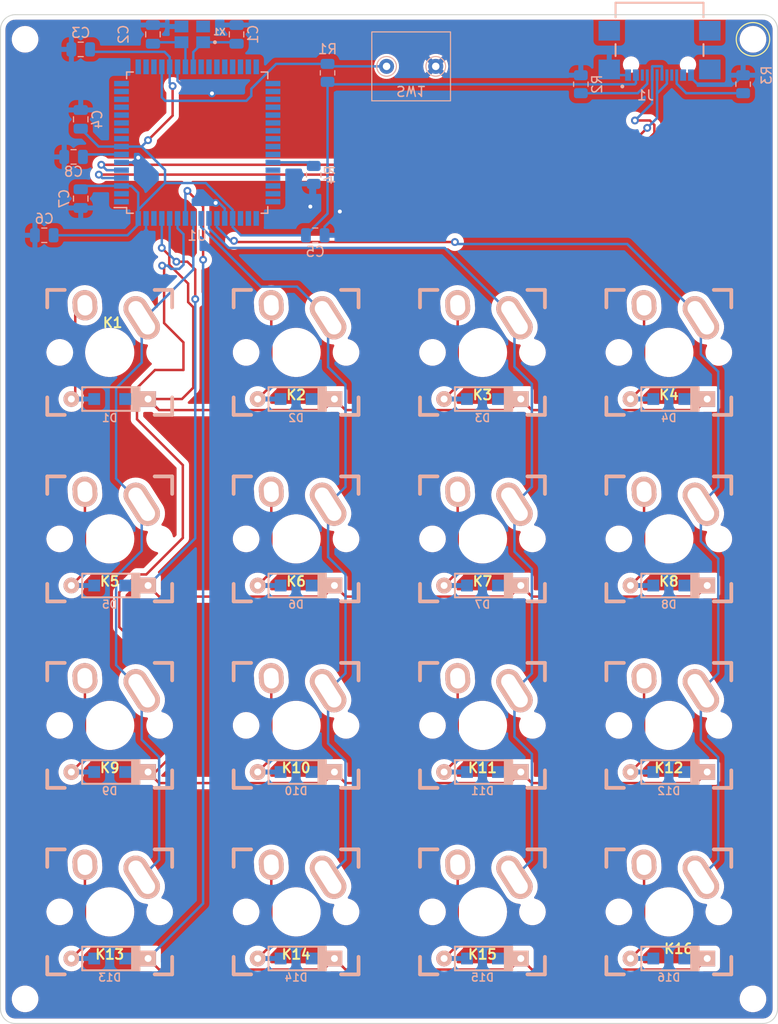
<source format=kicad_pcb>
(kicad_pcb (version 20210722) (generator pcbnew)
  (layers (0 "F.Cu" signal) (31 "B.Cu" signal) (34 "B.Paste" user) (35 "F.Paste" user) (36 "B.SilkS" user "B.Silkscreen") (37 "F.SilkS" user "F.Silkscreen") (38 "B.Mask" user) (39 "F.Mask" user) (44 "Edge.Cuts" user))
  (net 0 "")
  (net 1 "Net-(C1-Pad1)")
  (net 2 "GND")
  (net 3 "Net-(C2-Pad1)")
  (net 4 "VCC")
  (net 5 "Net-(C8-Pad2)")
  (net 6 "Net-(D1-Pad2)")
  (net 7 "row0")
  (net 8 "Net-(D2-Pad2)")
  (net 9 "Net-(D3-Pad2)")
  (net 10 "Net-(D4-Pad2)")
  (net 11 "Net-(D5-Pad2)")
  (net 12 "row1")
  (net 13 "Net-(D6-Pad2)")
  (net 14 "Net-(D7-Pad2)")
  (net 15 "Net-(D8-Pad2)")
  (net 16 "Net-(D9-Pad2)")
  (net 17 "row2")
  (net 18 "Net-(D10-Pad2)")
  (net 19 "Net-(D11-Pad2)")
  (net 20 "Net-(D12-Pad2)")
  (net 21 "Net-(D13-Pad2)")
  (net 22 "row3")
  (net 23 "Net-(D14-Pad2)")
  (net 24 "Net-(D15-Pad2)")
  (net 25 "Net-(D16-Pad2)")
  (net 27 "Net-(J1-PadB5)")
  (net 28 "Net-(J1-PadA5)")
  (net 30 "Net-(J1-PadA7)")
  (net 31 "Net-(J1-PadA6)")
  (net 32 "col0")
  (net 33 "col1")
  (net 34 "col2")
  (net 35 "col3")
  (net 36 "Net-(R1-Pad2)")
  (net 37 "Net-(R4-Pad2)")
  (footprint "keyboard_main:m3 screw hole" (layer "F.Cu") (at 141.5 41)
    (fp_text reference "REF**" hide)
    (fp_text value "m3 screw hole" hide)
  )
  (footprint "" (layer "F.Cu") (at 67.5 41)
    (fp_text reference "")
    (fp_text value "")
  )
  (footprint "" (layer "F.Cu") (at 141.5 138.5)
    (fp_text reference "")
    (fp_text value "")
  )
  (footprint "" (layer "F.Cu") (at 67.5 138.5)
    (fp_text reference "")
    (fp_text value "")
  )
  (footprint "keebs:Mx_Alps_100" (layer "B.Cu") (at 132.9484 91.7629 180)
    (fp_text reference "K8")
    (fp_text value "KEYSW" hide)
  )
  (footprint "Capacitor_SMD:C_0805_2012Metric" (layer "B.Cu") (at 97 60.9125)
    (fp_text reference "C5")
    (fp_text value "0.1u")
  )
  (footprint "Resistor_SMD:R_0805_2012Metric" (layer "B.Cu") (at 98.25 44.4125 90)
    (fp_text reference "R1")
    (fp_text value "10k")
  )
  (footprint "keyboard_parts:D_SOD123_axial" (layer "B.Cu") (at 114 115.4484 180)
    (fp_text reference "D11")
    (fp_text value "D" hide)
  )
  (footprint "Capacitor_SMD:C_0805_2012Metric" (layer "B.Cu") (at 89 40.5 90)
    (fp_text reference "C1")
    (fp_text value "22p")
  )
  (footprint "keyboard_main:b3f-6000" (layer "B.Cu") (at 106.75 43.75)
    (fp_text reference "SW1")
    (fp_text value "SW_PUSH")
  )
  (footprint "keebs:Mx_Alps_100" (layer "B.Cu") (at 95.0516 110.7113 180)
    (fp_text reference "K10")
    (fp_text value "KEYSW" hide)
  )
  (footprint "keyboard_parts:D_SOD123_axial" (layer "B.Cu") (at 76.1032 115.4484 180)
    (fp_text reference "D9")
    (fp_text value "D" hide)
  )
  (footprint "keyboard_parts:D_SOD123_axial" (layer "B.Cu") (at 132.9484 115.4484 180)
    (fp_text reference "D12")
    (fp_text value "D" hide)
  )
  (footprint "keebs:Mx_Alps_100" (layer "B.Cu") (at 132.9484 129.6597 180)
    (fp_text reference "K16")
    (fp_text value "KEYSW" hide)
  )
  (footprint "Capacitor_SMD:C_0805_2012Metric" (layer "B.Cu") (at 73.15725 57.1871 -90)
    (fp_text reference "C7")
    (fp_text value "4.7u")
  )
  (footprint "keyboard_parts:D_SOD123_axial" (layer "B.Cu") (at 132.9484 134.3968 180)
    (fp_text reference "D16")
    (fp_text value "D" hide)
  )
  (footprint "Resistor_SMD:R_0805_2012Metric" (layer "B.Cu") (at 96.84275 54.78105 90)
    (fp_text reference "R4")
    (fp_text value "10k")
  )
  (footprint "keyboard_parts:D_SOD123_axial" (layer "B.Cu") (at 132.9484 96.5 180)
    (fp_text reference "D8")
    (fp_text value "D" hide)
  )
  (footprint "keyboard_parts:D_SOD123_axial" (layer "B.Cu") (at 95.0516 96.5 180)
    (fp_text reference "D6")
    (fp_text value "D" hide)
  )
  (footprint "keebs:Mx_Alps_100" (layer "B.Cu") (at 132.9484 110.7113 180)
    (fp_text reference "K12")
    (fp_text value "KEYSW" hide)
  )
  (footprint "keyboard_parts:D_SOD123_axial" (layer "B.Cu") (at 95.0516 77.5516 180)
    (fp_text reference "D2")
    (fp_text value "D" hide)
  )
  (footprint "keyboard_parts:D_SOD123_axial" (layer "B.Cu") (at 76.1032 96.5 180)
    (fp_text reference "D5")
    (fp_text value "D" hide)
  )
  (footprint "keyboard_parts:D_SOD123_axial" (layer "B.Cu") (at 132.9484 77.5516 180)
    (fp_text reference "D4")
    (fp_text value "D" hide)
  )
  (footprint "Resistor_SMD:R_0805_2012Metric" (layer "B.Cu") (at 124 45.5625 90)
    (fp_text reference "R2")
    (fp_text value "5.1k")
  )
  (footprint "keyboard_parts:D_SOD123_axial" (layer "B.Cu") (at 76.1032 134.3968 180)
    (fp_text reference "D13")
    (fp_text value "D" hide)
  )
  (footprint "Capacitor_SMD:C_0805_2012Metric" (layer "B.Cu") (at 69.45 60.9125 180)
    (fp_text reference "C6")
    (fp_text value "0.1u")
  )
  (footprint "keyboard_parts:D_SOD123_axial" (layer "B.Cu") (at 95.0516 115.4484 180)
    (fp_text reference "D10")
    (fp_text value "D" hide)
  )
  (footprint "Capacitor_SMD:C_0805_2012Metric" (layer "B.Cu") (at 73.15725 42.0258 180)
    (fp_text reference "C3")
    (fp_text value "0.1u")
  )
  (footprint "keyboard_main:GCT_USB4110-GF-A_REVB" (layer "B.Cu") (at 132 43.5625)
    (fp_text reference "J1")
    (fp_text value "USB_C_Receptacle_USB2.0")
  )
  (footprint "Package_QFP:TQFP-64_14x14mm_P0.8mm" (layer "B.Cu") (at 85 51.5)
    (fp_text reference "U1")
    (fp_text value "AT90USB1286-AU")
  )
  (footprint "keebs:Mx_Alps_100" (layer "B.Cu") (at 114 129.6597 180)
    (fp_text reference "K15")
    (fp_text value "KEYSW" hide)
  )
  (footprint "keyboard_parts:D_SOD123_axial" (layer "B.Cu") (at 95.0516 134.3968 180)
    (fp_text reference "D14")
    (fp_text value "D" hide)
  )
  (footprint "keebs:Mx_Alps_100" (layer "B.Cu") (at 76.1032 91.7629 180)
    (fp_text reference "K5")
    (fp_text value "KEYSW" hide)
  )
  (footprint "keyboard_parts:D_SOD123_axial" (layer "B.Cu") (at 114 77.5516 180)
    (fp_text reference "D3")
    (fp_text value "D" hide)
  )
  (footprint "keebs:Mx_Alps_100" (layer "B.Cu") (at 95.0516 129.6597 180)
    (fp_text reference "K14")
    (fp_text value "KEYSW" hide)
  )
  (footprint "Capacitor_SMD:C_0805_2012Metric" (layer "B.Cu") (at 80.5 40.5 90)
    (fp_text reference "C2")
    (fp_text value "22p")
  )
  (footprint "keyboard_parts:D_SOD123_axial" (layer "B.Cu") (at 114 96.5 180)
    (fp_text reference "D7")
    (fp_text value "D" hide)
  )
  (footprint "keyboard_parts:D_SOD123_axial" (layer "B.Cu") (at 114 134.3968 180)
    (fp_text reference "D15")
    (fp_text value "D" hide)
  )
  (footprint "Resistor_SMD:R_0805_2012Metric" (layer "B.Cu") (at 140.5 45.5625 90)
    (fp_text reference "R3")
    (fp_text value "5.1k")
  )
  (footprint "keebs:Mx_Alps_100" (layer "B.Cu") (at 114 72.8145 180)
    (fp_text reference "K3")
    (fp_text value "KEYSW" hide)
  )
  (footprint "keebs:Mx_Alps_100" (layer "B.Cu") (at 114 110.7113 180)
    (fp_text reference "K11")
    (fp_text value "KEYSW" hide)
  )
  (footprint "keyboard_main:XTAL_403C35E26M00000" (layer "B.Cu") (at 84.5 40.5 180)
    (fp_text reference "X1")
    (fp_text value "XTAL_GND")
  )
  (footprint "Capacitor_SMD:C_0805_2012Metric" (layer "B.Cu") (at 72.42995 52.95085)
    (fp_text reference "C8")
    (fp_text value "1u")
  )
  (footprint "keebs:Mx_Alps_100" (layer "B.Cu") (at 95.0516 72.8145 180)
    (fp_text reference "K2")
    (fp_text value "KEYSW" hide)
  )
  (footprint "keebs:Mx_Alps_100" (layer "B.Cu") (at 114 91.7629 180)
    (fp_text reference "K7")
    (fp_text value "KEYSW" hide)
  )
  (footprint "Capacitor_SMD:C_0805_2012Metric" (layer "B.Cu") (at 73.15725 49.13145 90)
    (fp_text reference "C4")
    (fp_text value "0.1u")
  )
  (footprint "keebs:Mx_Alps_100" (layer "B.Cu") (at 132.9484 72.8145 180)
    (fp_text reference "K4")
    (fp_text value "KEYSW" hide)
  )
  (footprint "keebs:Mx_Alps_100" (layer "B.Cu") (at 76.1032 110.7113 180)
    (fp_text reference "K9")
    (fp_text value "KEYSW" hide)
  )
  (footprint "keebs:Mx_Alps_100" (layer "B.Cu") (at 76.1032 129.6597 180)
    (fp_text reference "K13")
    (fp_text value "KEYSW" hide)
  )
  (footprint "keebs:Mx_Alps_100" (layer "B.Cu") (at 76.1032 72.8145 180)
    (fp_text reference "K1")
    (fp_text value "KEYSW" hide)
  )
  (footprint "keebs:Mx_Alps_100" (layer "B.Cu") (at 95.0516 91.7629 180)
    (fp_text reference "K6")
    (fp_text value "KEYSW" hide)
  )
  (footprint "keyboard_parts:D_SOD123_axial" (layer "B.Cu") (at 76.1032 77.5516 180)
    (fp_text reference "D1")
    (fp_text value "D" hide)
  )
  (gr_arc (start 142.5 139.5) (end 144 139.5) (angle 90) (layer "Edge.Cuts") (width 0.1))
  (gr_arc (start 66.5 139.5) (end 65 139.5) (angle -90) (layer "Edge.Cuts") (width 0.1))
  (gr_line (start 144 40) (end 144 139.5) (layer "Edge.Cuts") (width 0.1))
  (gr_arc (start 66.5 40) (end 65 40) (angle 90) (layer "Edge.Cuts") (width 0.1))
  (gr_line (start 65 40) (end 65 139.5) (layer "Edge.Cuts") (width 0.1))
  (gr_arc (start 142.5 40) (end 142.5 38.5) (angle 90) (layer "Edge.Cuts") (width 0.1))
  (gr_line (start 66.5 141) (end 142.5 141) (layer "Edge.Cuts") (width 0.1))
  (gr_line (start 66.5 38.5) (end 142.5 38.5) (layer "Edge.Cuts") (width 0.1))
  (segment (start 88.85 41.3) (end 89 41.45) (width 0.25) (layer "B.Cu") (net 1))
  (segment (start 85.6 41.3) (end 88.85 41.3) (width 0.25) (layer "B.Cu") (net 1))
  (segment (start 84.6 42.3) (end 84.6 43.8) (width 0.25) (layer "B.Cu") (net 1))
  (segment (start 85.6 41.3) (end 84.6 42.3) (width 0.25) (layer "B.Cu") (net 1))
  (segment (start 99.5 58.5) (end 97 58.5) (width 0.25) (layer "F.Cu") (net 2))
  (segment (start 97 58.5) (end 96.5 58) (width 0.25) (layer "F.Cu") (net 2))
  (segment (start 86.5 46.5) (end 87.5 46.5) (width 0.25) (layer "F.Cu") (net 2))
  (via (at 79 53.0255) (size 0.8) (drill 0.4) (layers "F.Cu" "B.Cu") (net 2))
  (via (at 86.874712 57.625288) (size 0.8) (drill 0.4) (layers "F.Cu" "B.Cu") (net 2))
  (via (at 99.5 58.5) (size 0.8) (drill 0.4) (layers "F.Cu" "B.Cu") (net 2))
  (via (at 96.5 58) (size 0.8) (drill 0.4) (layers "F.Cu" "B.Cu") (net 2))
  (via (at 86.5 46.5) (size 0.8) (drill 0.4) (layers "F.Cu" "B.Cu") (net 2))
  (segment (start 96.5 58) (end 96.5 56.0363) (width 0.25) (layer "B.Cu") (net 2))
  (segment (start 83.4 39.7) (end 80.65 39.7) (width 0.25) (layer "B.Cu") (net 2))
  (segment (start 78.5255 53.5) (end 79 53.0255) (width 0.25) (layer "B.Cu") (net 2))
  (segment (start 79.8 59.2) (end 79.8 61.7) (width 0.25) (layer "B.Cu") (net 2))
  (segment (start 97.95 60.05) (end 99.5 58.5) (width 0.25) (layer "B.Cu") (net 2))
  (segment (start 96.5 56.0363) (end 96.84275 55.69355) (width 0.25) (layer "B.Cu") (net 2))
  (segment (start 135.3625 45.054022) (end 135.808478 45.5) (width 0.25) (layer "B.Cu") (net 2))
  (segment (start 97.95 60.9125) (end 97.95 60.05) (width 0.25) (layer "B.Cu") (net 2))
  (segment (start 87.8 58.2) (end 87.225288 57.625288) (width 0.25) (layer "B.Cu") (net 2))
  (segment (start 135.2 44.6375) (end 135.3625 44.6375) (width 0.25) (layer "B.Cu") (net 2))
  (segment (start 87.225288 57.625288) (end 86.874712 57.625288) (width 0.25) (layer "B.Cu") (net 2))
  (segment (start 80.65 39.7) (end 80.5 39.55) (width 0.25) (layer "B.Cu") (net 2))
  (segment (start 83 43.8) (end 83 45.225386) (width 0.25) (layer "B.Cu") (net 2))
  (segment (start 127.465 44.6375) (end 126.89 44.0625) (width 0.25) (layer "B.Cu") (net 2))
  (segment (start 128.8 44.6375) (end 127.465 44.6375) (width 0.25) (layer "B.Cu") (net 2))
  (segment (start 77.3 53.5) (end 78.5255 53.5) (width 0.25) (layer "B.Cu") (net 2))
  (segment (start 135.808478 45.5) (end 139.65 45.5) (width 0.25) (layer "B.Cu") (net 2))
  (segment (start 139.65 45.5) (end 140.5 44.65) (width 0.25) (layer "B.Cu") (net 2))
  (segment (start 83 45.225386) (end 84.274614 46.5) (width 0.25) (layer "B.Cu") (net 2))
  (segment (start 135.3625 44.6375) (end 135.3625 45.054022) (width 0.25) (layer "B.Cu") (net 2))
  (segment (start 84.274614 46.5) (end 86.5 46.5) (width 0.25) (layer "B.Cu") (net 2))
  (segment (start 87.8 59.2) (end 87.8 58.2) (width 0.25) (layer "B.Cu") (net 2))
  (segment (start 80.65 41.3) (end 80.5 41.45) (width 0.25) (layer "B.Cu") (net 3))
  (segment (start 83.4 41.3) (end 80.65 41.3) (width 0.25) (layer "B.Cu") (net 3))
  (segment (start 83.4 41.3) (end 83.8 41.7) (width 0.25) (layer "B.Cu") (net 3))
  (segment (start 83.8 41.7) (end 83.8 43.8) (width 0.25) (layer "B.Cu") (net 3))
  (segment (start 82.5 45.75) (end 82.5 48.75) (width 0.25) (layer "F.Cu") (net 4))
  (segment (start 82.5 48.75) (end 80 51.25) (width 0.25) (layer "F.Cu") (net 4))
  (via (at 82.5 45.75) (size 0.8) (drill 0.4) (layers "F.Cu" "B.Cu") (net 4))
  (via (at 80 51.25) (size 0.8) (drill 0.4) (layers "F.Cu" "B.Cu") (net 4))
  (segment (start 78.3 55.9) (end 77.3 55.9) (width 0.25) (layer "B.Cu") (net 4))
  (segment (start 82.2 42.8) (end 81.67452 42.27452) (width 0.25) (layer "B.Cu") (net 4))
  (segment (start 79 59.2) (end 79 58.325978) (width 0.25) (layer "B.Cu") (net 4))
  (segment (start 74.35597 42.27452) (end 74.10725 42.0258) (width 0.25) (layer "B.Cu") (net 4))
  (segment (start 98.25 58.7125) (end 96.05 60.9125) (width 0.25) (layer "B.Cu") (net 4))
  (segment (start 81.67452 42.27452) (end 74.35597 42.27452) (width 0.25) (layer "B.Cu") (net 4))
  (segment (start 79 59.825) (end 79 59.2) (width 0.25) (layer "B.Cu") (net 4))
  (segment (start 79.35 51.9) (end 81.725978 54.275978) (width 0.25) (layer "B.Cu") (net 4))
  (segment (start 73.49435 55.9) (end 77.3 55.9) (width 0.25) (layer "B.Cu") (net 4))
  (segment (start 74.9758 51.9) (end 77.3 51.9) (width 0.25) (layer "B.Cu") (net 4))
  (segment (start 79.35 51.9) (end 77.3 51.9) (width 0.25) (layer "B.Cu") (net 4))
  (segment (start 88.6 60.074022) (end 88.6 59.2) (width 0.25) (layer "B.Cu") (net 4))
  (segment (start 85.874022 55.6) (end 88.6 58.325978) (width 0.25) (layer "B.Cu") (net 4))
  (segment (start 88.6 58.325978) (end 88.6 59.2) (width 0.25) (layer "B.Cu") (net 4))
  (segment (start 78.200489 55.9) (end 77.3 55.9) (width 0.25) (layer "B.Cu") (net 4))
  (segment (start 82.2 45.45) (end 82.5 45.75) (width 0.25) (layer "B.Cu") (net 4))
  (segment (start 84 55.6) (end 85.874022 55.6) (width 0.25) (layer "B.Cu") (net 4))
  (segment (start 73.15725 50.08145) (end 74.9758 51.9) (width 0.25) (layer "B.Cu") (net 4))
  (segment (start 82.2 43.8) (end 82.2 42.8) (width 0.25) (layer "B.Cu") (net 4))
  (segment (start 70.4 60.9125) (end 77.9125 60.9125) (width 0.25) (layer "B.Cu") (net 4))
  (segment (start 98.25 45.325) (end 98.25 58.7125) (width 0.25) (layer "B.Cu") (net 4))
  (segment (start 98.5 45.575) (end 98.25 45.325) (width 0.25) (layer "B.Cu") (net 4))
  (segment (start 77.9125 60.9125) (end 79 59.825) (width 0.25) (layer "B.Cu") (net 4))
  (segment (start 96.05 60.9125) (end 89.438478 60.9125) (width 0.25) (layer "B.Cu") (net 4))
  (segment (start 81.725978 54.275978) (end 81.725978 55.6) (width 0.25) (layer "B.Cu") (net 4))
  (segment (start 79 59.2) (end 79 56.6) (width 0.25) (layer "B.Cu") (net 4))
  (segment (start 89.438478 60.9125) (end 88.6 60.074022) (width 0.25) (layer "B.Cu") (net 4))
  (segment (start 129.4875 45.575) (end 98.5 45.575) (width 0.25) (layer "B.Cu") (net 4))
  (segment (start 129.6 45.4625) (end 129.4875 45.575) (width 0.25) (layer "B.Cu") (net 4))
  (segment (start 81.725978 55.6) (end 84 55.6) (width 0.25) (layer "B.Cu") (net 4))
  (segment (start 79 58.325978) (end 81.725978 55.6) (width 0.25) (layer "B.Cu") (net 4))
  (segment (start 73.15725 56.2371) (end 73.49435 55.9) (width 0.25) (layer "B.Cu") (net 4))
  (segment (start 129.6 44.6375) (end 129.6 45.4625) (width 0.25) (layer "B.Cu") (net 4))
  (segment (start 79 56.6) (end 78.3 55.9) (width 0.25) (layer "B.Cu") (net 4))
  (segment (start 80 51.25) (end 79.35 51.9) (width 0.25) (layer "B.Cu") (net 4))
  (segment (start 82.2 43.8) (end 82.2 45.45) (width 0.25) (layer "B.Cu") (net 4))
  (segment (start 73.6308 52.7) (end 77.3 52.7) (width 0.25) (layer "B.Cu") (net 5))
  (segment (start 73.37995 52.95085) (end 73.6308 52.7) (width 0.25) (layer "B.Cu") (net 5))
  (segment (start 72.6 69.0077) (end 73.5832 68.0245) (width 0.25) (layer "F.Cu") (net 6))
  (segment (start 72.6 77.1548) (end 72.6 69.0077) (width 0.25) (layer "F.Cu") (net 6))
  (segment (start 72.2032 77.5516) (end 72.6 77.1548) (width 0.25) (layer "F.Cu") (net 6))
  (segment (start 135.723889 78.676111) (end 136.8484 77.5516) (width 0.25) (layer "F.Cu") (net 7))
  (segment (start 84.075489 65.816492) (end 82.1591 63.900103) (width 0.25) (layer "F.Cu") (net 7))
  (segment (start 97.827089 78.676111) (end 98.9516 77.5516) (width 0.25) (layer "F.Cu") (net 7))
  (segment (start 117.9 77.5516) (end 119.024511 78.676111) (width 0.25) (layer "F.Cu") (net 7))
  (segment (start 81.127711 78.676111) (end 97.827089 78.676111) (width 0.25) (layer "F.Cu") (net 7))
  (segment (start 98.9516 77.5516) (end 100.076111 78.676111) (width 0.25) (layer "F.Cu") (net 7))
  (segment (start 100.076111 78.676111) (end 116.775489 78.676111) (width 0.25) (layer "F.Cu") (net 7))
  (segment (start 82.1591 63.900103) (end 82.1591 62.9591) (width 0.25) (layer "F.Cu") (net 7))
  (segment (start 119.024511 78.676111) (end 135.723889 78.676111) (width 0.25) (layer "F.Cu") (net 7))
  (segment (start 83.4484 77.5516) (end 84.6 76.4) (width 0.25) (layer "F.Cu") (net 7))
  (segment (start 84.6 76.4) (end 84.6 68.224614) (width 0.25) (layer "F.Cu") (net 7))
  (segment (start 80.0032 77.5516) (end 81.127711 78.676111) (width 0.25) (layer "F.Cu") (net 7))
  (segment (start 80.0032 77.5516) (end 83.4484 77.5516) (width 0.25) (layer "F.Cu") (net 7))
  (segment (start 116.775489 78.676111) (end 117.9 77.5516) (width 0.25) (layer "F.Cu") (net 7))
  (segment (start 84.075489 67.700103) (end 84.075489 65.816492) (width 0.25) (layer "F.Cu") (net 7))
  (segment (start 84.6 68.224614) (end 84.075489 67.700103) (width 0.25) (layer "F.Cu") (net 7))
  (segment (start 82.1591 62.9591) (end 81.4 62.2) (width 0.25) (layer "F.Cu") (net 7))
  (via (at 81.4 62.2) (size 0.8) (drill 0.4) (layers "F.Cu" "B.Cu") (net 7))
  (segment (start 81.4 62.2) (end 81.4 59.2) (width 0.25) (layer "B.Cu") (net 7))
  (segment (start 92.5316 68.0245) (end 92.5316 76.1716) (width 0.25) (layer "F.Cu") (net 8))
  (segment (start 92.5316 76.1716) (end 91.1516 77.5516) (width 0.25) (layer "F.Cu") (net 8))
  (segment (start 111.48 68.0245) (end 111.48 76.1716) (width 0.25) (layer "F.Cu") (net 9))
  (segment (start 111.48 76.1716) (end 110.1 77.5516) (width 0.25) (layer "F.Cu") (net 9))
  (segment (start 130.4284 76.1716) (end 129.0484 77.5516) (width 0.25) (layer "F.Cu") (net 10))
  (segment (start 130.4284 68.0245) (end 130.4284 76.1716) (width 0.25) (layer "F.Cu") (net 10))
  (segment (start 73.5832 95.12) (end 72.2032 96.5) (width 0.25) (layer "F.Cu") (net 11))
  (segment (start 73.5832 86.9729) (end 73.5832 95.12) (width 0.25) (layer "F.Cu") (net 11))
  (segment (start 84.8 64.4) (end 84 63.6) (width 0.25) (layer "F.Cu") (net 12))
  (segment (start 81.127711 97.624511) (end 97.827089 97.624511) (width 0.25) (layer "F.Cu") (net 12))
  (segment (start 100.076111 97.624511) (end 116.775489 97.624511) (width 0.25) (layer "F.Cu") (net 12))
  (segment (start 98.9516 96.5) (end 100.076111 97.624511) (width 0.25) (layer "F.Cu") (net 12))
  (segment (start 80.0032 96.5) (end 81.127711 97.624511) (width 0.25) (layer "F.Cu") (net 12))
  (segment (start 97.827089 97.624511) (end 98.9516 96.5) (width 0.25) (layer "F.Cu") (net 12))
  (segment (start 135.723889 97.624511) (end 136.8484 96.5) (width 0.25) (layer "F.Cu") (net 12))
  (segment (start 119.024511 97.624511) (end 135.723889 97.624511) (width 0.25) (layer "F.Cu") (net 12))
  (segment (start 116.775489 97.624511) (end 117.9 96.5) (width 0.25) (layer "F.Cu") (net 12))
  (segment (start 84.8 67.4) (end 84.8 64.4) (width 0.25) (layer "F.Cu") (net 12))
  (segment (start 84 63.6) (end 82.883611 63.6) (width 0.25) (layer "F.Cu") (net 12))
  (segment (start 117.9 96.5) (end 119.024511 97.624511) (width 0.25) (layer "F.Cu") (net 12))
  (via (at 84.8 67.4) (size 0.8) (drill 0.4) (layers "F.Cu" "B.Cu") (net 12))
  (via (at 82.883611 63.6) (size 0.8) (drill 0.4) (layers "F.Cu" "B.Cu") (net 12))
  (segment (start 80.0032 96.5) (end 84.8 91.7032) (width 0.25) (layer "B.Cu") (net 12))
  (segment (start 82.2 62.916389) (end 82.2 59.2) (width 0.25) (layer "B.Cu") (net 12))
  (segment (start 84.8 91.7032) (end 84.8 67.4) (width 0.25) (layer "B.Cu") (net 12))
  (segment (start 82.883611 63.6) (end 82.2 62.916389) (width 0.25) (layer "B.Cu") (net 12))
  (segment (start 92.5316 86.9729) (end 92.5316 95.12) (width 0.25) (layer "F.Cu") (net 13))
  (segment (start 92.5316 95.12) (end 91.1516 96.5) (width 0.25) (layer "F.Cu") (net 13))
  (segment (start 111.48 86.9729) (end 111.48 95.12) (width 0.25) (layer "F.Cu") (net 14))
  (segment (start 111.48 95.12) (end 110.1 96.5) (width 0.25) (layer "F.Cu") (net 14))
  (segment (start 130.4284 95.12) (end 129.0484 96.5) (width 0.25) (layer "F.Cu") (net 15))
  (segment (start 130.4284 86.9729) (end 130.4284 95.12) (width 0.25) (layer "F.Cu") (net 15))
  (segment (start 73.5832 114.0684) (end 72.2032 115.4484) (width 0.25) (layer "F.Cu") (net 16))
  (segment (start 73.5832 105.9213) (end 73.5832 114.0684) (width 0.25) (layer "F.Cu") (net 16))
  (segment (start 135.723889 116.572911) (end 136.8484 115.4484) (width 0.25) (layer "F.Cu") (net 17))
  (segment (start 80.0032 115.4484) (end 81.127711 116.572911) (width 0.25) (layer "F.Cu") (net 17))
  (segment (start 81.634611 69.834611) (end 81.634611 64.2) (width 0.25) (layer "F.Cu") (net 17))
  (segment (start 83.536034 84.263966) (end 78.878689 79.606621) (width 0.25) (layer "F.Cu") (net 17))
  (segment (start 77.075381 97.178797) (end 78.878689 95.375489) (width 0.25) (layer "F.Cu") (net 17))
  (segment (start 77.075381 100.724619) (end 77.075381 97.178797) (width 0.25) (layer "F.Cu") (net 17))
  (segment (start 78.878689 79.606621) (end 78.878689 76.427089) (width 0.25) (layer "F.Cu") (net 17))
  (segment (start 80.705778 74.6) (end 83.6 74.6) (width 0.25) (layer "F.Cu") (net 17))
  (segment (start 116.775489 116.572911) (end 117.9 115.4484) (width 0.25) (layer "F.Cu") (net 17))
  (segment (start 79.824511 95.375489) (end 83.536034 91.663966) (width 0.25) (layer "F.Cu") (net 17))
  (segment (start 98.9516 115.4484) (end 100.076111 116.572911) (width 0.25) (layer "F.Cu") (net 17))
  (segment (start 78.878689 76.427089) (end 80.705778 74.6) (width 0.25) (layer "F.Cu") (net 17))
  (segment (start 81.634611 64.2) (end 81.434611 64) (width 0.25) (layer "F.Cu") (net 17))
  (segment (start 83.536034 91.663966) (end 83.536034 84.263966) (width 0.25) (layer "F.Cu") (net 17))
  (segment (start 83.6 71.8) (end 81.634611 69.834611) (width 0.25) (layer "F.Cu") (net 17))
  (segment (start 84 107.649238) (end 77.075381 100.724619) (width 0.25) (layer "F.Cu") (net 17))
  (segment (start 100.076111 116.572911) (end 116.775489 116.572911) (width 0.25) (layer "F.Cu") (net 17))
  (segment (start 78.878689 95.375489) (end 79.824511 95.375489) (width 0.25) (layer "F.Cu") (net 17))
  (segment (start 80.0032 115.4484) (end 80.7516 115.4484) (width 0.25) (layer "F.Cu") (net 17))
  (segment (start 80.7516 115.4484) (end 84 112.2) (width 0.25) (layer "F.Cu") (net 17))
  (segment (start 97.827089 116.572911) (end 98.9516 115.4484) (width 0.25) (layer "F.Cu") (net 17))
  (segment (start 119.024511 116.572911) (end 135.723889 116.572911) (width 0.25) (layer "F.Cu") (net 17))
  (segment (start 84 112.2) (end 84 107.649238) (width 0.25) (layer "F.Cu") (net 17))
  (segment (start 117.9 115.4484) (end 119.024511 116.572911) (width 0.25) (layer "F.Cu") (net 17))
  (segment (start 83.6 74.6) (end 83.6 71.8) (width 0.25) (layer "F.Cu") (net 17))
  (segment (start 81.127711 116.572911) (end 97.827089 116.572911) (width 0.25) (layer "F.Cu") (net 17))
  (via (at 81.434611 64) (size 0.8) (drill 0.4) (layers "F.Cu" "B.Cu") (net 17))
  (segment (start 83.608122 60.808122) (end 83 60.2) (width 0.25) (layer "B.Cu") (net 17))
  (segment (start 81.434611 64) (end 82 64) (width 0.25) (layer "B.Cu") (net 17))
  (segment (start 83.608122 63.900103) (end 83.608122 60.808122) (width 0.25) (layer "B.Cu") (net 17))
  (segment (start 83.183714 64.324511) (end 83.608122 63.900103) (width 0.25) (layer "B.Cu") (net 17))
  (segment (start 82 64) (end 82.324511 64.324511) (width 0.25) (layer "B.Cu") (net 17))
  (segment (start 83 60.2) (end 83 59.2) (width 0.25) (layer "B.Cu") (net 17))
  (segment (start 82.324511 64.324511) (end 83.183714 64.324511) (width 0.25) (layer "B.Cu") (net 17))
  (segment (start 92.5316 105.9213) (end 92.5316 114.0684) (width 0.25) (layer "F.Cu") (net 18))
  (segment (start 92.5316 114.0684) (end 91.1516 115.4484) (width 0.25) (layer "F.Cu") (net 18))
  (segment (start 111.48 105.9213) (end 111.48 114.0684) (width 0.25) (layer "F.Cu") (net 19))
  (segment (start 111.48 114.0684) (end 110.1 115.4484) (width 0.25) (layer "F.Cu") (net 19))
  (segment (start 130.4284 105.9213) (end 130.4284 114.0684) (width 0.25) (layer "F.Cu") (net 20))
  (segment (start 130.4284 114.0684) (end 129.0484 115.4484) (width 0.25) (layer "F.Cu") (net 20))
  (segment (start 73.5832 133.0168) (end 72.2032 134.3968) (width 0.25) (layer "F.Cu") (net 21))
  (segment (start 73.5832 124.8697) (end 73.5832 133.0168) (width 0.25) (layer "F.Cu") (net 21))
  (segment (start 135.723889 135.521311) (end 136.8484 134.3968) (width 0.25) (layer "F.Cu") (net 22))
  (segment (start 84 56.4) (end 85.6 58) (width 0.25) (layer "F.Cu") (net 22))
  (segment (start 100.076111 135.521311) (end 116.775489 135.521311) (width 0.25) (layer "F.Cu") (net 22))
  (segment (start 97.827089 135.521311) (end 98.9516 134.3968) (width 0.25) (layer "F.Cu") (net 22))
  (segment (start 85.6 58) (end 85.6 63.4) (width 0.25) (layer "F.Cu") (net 22))
  (segment (start 117.9 134.3968) (end 119.024511 135.521311) (width 0.25) (layer "F.Cu") (net 22))
  (segment (start 119.024511 135.521311) (end 135.723889 135.521311) (width 0.25) (layer "F.Cu") (net 22))
  (segment (start 80.0032 134.3968) (end 81.127711 135.521311) (width 0.25) (layer "F.Cu") (net 22))
  (segment (start 116.775489 135.521311) (end 117.9 134.3968) (width 0.25) (layer "F.Cu") (net 22))
  (segment (start 98.9516 134.3968) (end 100.076111 135.521311) (width 0.25) (layer "F.Cu") (net 22))
  (segment (start 81.127711 135.521311) (end 97.827089 135.521311) (width 0.25) (layer "F.Cu") (net 22))
  (via (at 85.6 63.4) (size 0.8) (drill 0.4) (layers "F.Cu" "B.Cu") (net 22))
  (via (at 84 56.4) (size 0.8) (drill 0.4) (layers "F.Cu" "B.Cu") (net 22))
  (segment (start 83.8 56.6) (end 83.8 59.2) (width 0.25) (layer "B.Cu") (net 22))
  (segment (start 85.6 128.8) (end 85.6 63.4) (width 0.25) (layer "B.Cu") (net 22))
  (segment (start 84 56.4) (end 83.8 56.6) (width 0.25) (layer "B.Cu") (net 22))
  (segment (start 80.0032 134.3968) (end 85.6 128.8) (width 0.25) (layer "B.Cu") (net 22))
  (segment (start 92.5316 133.0168) (end 91.1516 134.3968) (width 0.25) (layer "F.Cu") (net 23))
  (segment (start 92.5316 124.8697) (end 92.5316 133.0168) (width 0.25) (layer "F.Cu") (net 23))
  (segment (start 111.48 124.8697) (end 111.48 133.0168) (width 0.25) (layer "F.Cu") (net 24))
  (segment (start 111.48 133.0168) (end 110.1 134.3968) (width 0.25) (layer "F.Cu") (net 24))
  (segment (start 130.4284 133.0168) (end 129.0484 134.3968) (width 0.25) (layer "F.Cu") (net 25))
  (segment (start 130.4284 124.8697) (end 130.4284 133.0168) (width 0.25) (layer "F.Cu") (net 25))
  (segment (start 133.75 44.6375) (end 133.75 45.511522) (width 0.25) (layer "B.Cu") (net 27))
  (segment (start 134.713478 46.475) (end 140.5 46.475) (width 0.25) (layer "B.Cu") (net 27))
  (segment (start 133.75 45.511522) (end 134.713478 46.475) (width 0.25) (layer "B.Cu") (net 27))
  (segment (start 129.786522 46.475) (end 124 46.475) (width 0.25) (layer "B.Cu") (net 28))
  (segment (start 130.75 44.6375) (end 130.75 45.511522) (width 0.25) (layer "B.Cu") (net 28))
  (segment (start 130.75 45.511522) (end 129.786522 46.475) (width 0.25) (layer "B.Cu") (net 28))
  (segment (start 127.25 54.75) (end 75 54.75) (width 0.25) (layer "F.Cu") (net 30))
  (segment (start 131.474511 49.699897) (end 131.474511 50.525489) (width 0.25) (layer "F.Cu") (net 30))
  (segment (start 131.024614 49.25) (end 131.474511 49.699897) (width 0.25) (layer "F.Cu") (net 30))
  (segment (start 129.5 49.25) (end 131.024614 49.25) (width 0.25) (layer "F.Cu") (net 30))
  (segment (start 131.474511 50.525489) (end 127.25 54.75) (width 0.25) (layer "F.Cu") (net 30))
  (via (at 75 54.75) (size 0.8) (drill 0.4) (layers "F.Cu" "B.Cu") (net 30))
  (via (at 129.5 49.25) (size 0.8) (drill 0.4) (layers "F.Cu" "B.Cu") (net 30))
  (segment (start 132.25 43.763478) (end 132.25 44.6375) (width 0.25) (layer "B.Cu") (net 30))
  (segment (start 131.25 43.763478) (end 131.275489 43.737989) (width 0.25) (layer "B.Cu") (net 30))
  (segment (start 132.224511 43.737989) (end 132.25 43.763478) (width 0.25) (layer "B.Cu") (net 30))
  (segment (start 131.275489 43.737989) (end 132.224511 43.737989) (width 0.25) (layer "B.Cu") (net 30))
  (segment (start 131.25 44.6375) (end 131.25 43.763478) (width 0.25) (layer "B.Cu") (net 30))
  (segment (start 131.25 47.5) (end 129.5 49.25) (width 0.25) (layer "B.Cu") (net 30))
  (segment (start 75 54.75) (end 75.35 55.1) (width 0.25) (layer "B.Cu") (net 30))
  (segment (start 131.25 44.6375) (end 131.25 47.5) (width 0.25) (layer "B.Cu") (net 30))
  (segment (start 75.35 55.1) (end 77.3 55.1) (width 0.25) (layer "B.Cu") (net 30))
  (segment (start 127 53.75) (end 75.25 53.75) (width 0.25) (layer "F.Cu") (net 31))
  (segment (start 130.75 50) (end 127 53.75) (width 0.25) (layer "F.Cu") (net 31))
  (via (at 130.75 50) (size 0.8) (drill 0.4) (layers "F.Cu" "B.Cu") (net 31))
  (via (at 75.25 53.75) (size 0.8) (drill 0.4) (layers "F.Cu" "B.Cu") (net 31))
  (segment (start 131.75 49) (end 130.75 50) (width 0.25) (layer "B.Cu") (net 31))
  (segment (start 131.75 44.6375) (end 131.75 46.5) (width 0.25) (layer "B.Cu") (net 31))
  (segment (start 131.75 46.5) (end 131.75 49) (width 0.25) (layer "B.Cu") (net 31))
  (segment (start 132.75 44.6375) (end 132.75 45.5) (width 0.25) (layer "B.Cu") (net 31))
  (segment (start 132.75 45.5) (end 131.75 46.5) (width 0.25) (layer "B.Cu") (net 31))
  (segment (start 75.25 53.75) (end 75.8 54.3) (width 0.25) (layer "B.Cu") (net 31))
  (segment (start 75.8 54.3) (end 77.3 54.3) (width 0.25) (layer "B.Cu") (net 31))
  (segment (start 76.753689 85.638389) (end 76.753689 76.446311) (width 0.25) (layer "B.Cu") (net 32))
  (segment (start 81.127711 124.370189) (end 81.127711 113.927711) (width 0.25) (layer "B.Cu") (net 32))
  (segment (start 79.3582 73.8418) (end 79.3582 69.2945) (width 0.25) (layer "B.Cu") (net 32))
  (segment (start 79.3582 69.2945) (end 79.702553 69.2945) (width 0.25) (layer "B.Cu") (net 32))
  (segment (start 79.3582 112.1582) (end 79.3582 107.1913) (width 0.25) (layer "B.Cu") (net 32))
  (segment (start 76.753689 76.446311) (end 79.3582 73.8418) (width 0.25) (layer "B.Cu") (net 32))
  (segment (start 79.3582 92.970978) (end 79.3582 88.2429) (width 0.25) (layer "B.Cu") (net 32))
  (segment (start 79.3582 126.1397) (end 81.127711 124.370189) (width 0.25) (layer "B.Cu") (net 32))
  (segment (start 79.3582 107.1913) (end 76.753689 104.586789) (width 0.25) (layer "B.Cu") (net 32))
  (segment (start 81.127711 113.927711) (end 79.3582 112.1582) (width 0.25) (layer "B.Cu") (net 32))
  (segment (start 84.6 64.397053) (end 84.6 59.2) (width 0.25) (layer "B.Cu") (net 32))
  (segment (start 76.753689 95.575489) (end 79.3582 92.970978) (width 0.25) (layer "B.Cu") (net 32))
  (segment (start 76.753689 104.586789) (end 76.753689 95.575489) (width 0.25) (layer "B.Cu") (net 32))
  (segment (start 79.3582 88.2429) (end 76.753689 85.638389) (width 0.25) (layer "B.Cu") (net 32))
  (segment (start 79.702553 69.2945) (end 84.6 64.397053) (width 0.25) (layer "B.Cu") (net 32))
  (segment (start 100.076111 124.370189) (end 98.3066 126.1397) (width 0.25) (layer "B.Cu") (net 33))
  (segment (start 98.3066 107.1913) (end 98.3066 112.554378) (width 0.25) (layer "B.Cu") (net 33))
  (segment (start 98.3066 93.605978) (end 100.076111 95.375489) (width 0.25) (layer "B.Cu") (net 33))
  (segment (start 91.454567 66.128589) (end 85.4 60.074022) (width 0.25) (layer "B.Cu") (net 33))
  (segment (start 100.076111 95.375489) (end 100.076111 105.421789) (width 0.25) (layer "B.Cu") (net 33))
  (segment (start 100.076111 105.421789) (end 98.3066 107.1913) (width 0.25) (layer "B.Cu") (net 33))
  (segment (start 98.3066 74.3066) (end 98.3066 69.2945) (width 0.25) (layer "B.Cu") (net 33))
  (segment (start 100.076111 114.323889) (end 100.076111 124.370189) (width 0.25) (layer "B.Cu") (net 33))
  (segment (start 98.3066 88.2429) (end 98.3066 93.605978) (width 0.25) (layer "B.Cu") (net 33))
  (segment (start 100.076111 76.076111) (end 98.3066 74.3066) (width 0.25) (layer "B.Cu") (net 33))
  (segment (start 100.076111 86.473389) (end 100.076111 76.076111) (width 0.25) (layer "B.Cu") (net 33))
  (segment (start 95.140689 66.128589) (end 91.454567 66.128589) (width 0.25) (layer "B.Cu") (net 33))
  (segment (start 98.3066 112.554378) (end 100.076111 114.323889) (width 0.25) (layer "B.Cu") (net 33))
  (segment (start 85.4 60.074022) (end 85.4 59.2) (width 0.25) (layer "B.Cu") (net 33))
  (segment (start 98.3066 69.2945) (end 95.140689 66.128589) (width 0.25) (layer "B.Cu") (net 33))
  (segment (start 98.3066 88.2429) (end 100.076111 86.473389) (width 0.25) (layer "B.Cu") (net 33))
  (segment (start 86.2 60.2) (end 86.2 59.2) (width 0.25) (layer "B.Cu") (net 34))
  (segment (start 110.1605 62.2) (end 88.2 62.2) (width 0.25) (layer "B.Cu") (net 34))
  (segment (start 117.255 126.1397) (end 119.024511 124.370189) (width 0.25) (layer "B.Cu") (net 34))
  (segment (start 119.024511 94.824511) (end 117.255 93.055) (width 0.25) (layer "B.Cu") (net 34))
  (segment (start 119.024511 86.473389) (end 119.024511 76.024511) (width 0.25) (layer "B.Cu") (net 34))
  (segment (start 117.255 107.1913) (end 119.024511 105.421789) (width 0.25) (layer "B.Cu") (net 34))
  (segment (start 119.024511 113.624511) (end 117.255 111.855) (width 0.25) (layer "B.Cu") (net 34))
  (segment (start 119.024511 76.024511) (end 117.255 74.255) (width 0.25) (layer "B.Cu") (net 34))
  (segment (start 88.2 62.2) (end 86.2 60.2) (width 0.25) (layer "B.Cu") (net 34))
  (segment (start 119.024511 105.421789) (end 119.024511 94.824511) (width 0.25) (layer "B.Cu") (net 34))
  (segment (start 117.255 93.055) (end 117.255 88.2429) (width 0.25) (layer "B.Cu") (net 34))
  (segment (start 117.255 111.855) (end 117.255 107.1913) (width 0.25) (layer "B.Cu") (net 34))
  (segment (start 117.255 88.2429) (end 119.024511 86.473389) (width 0.25) (layer "B.Cu") (net 34))
  (segment (start 119.024511 124.370189) (end 119.024511 113.624511) (width 0.25) (layer "B.Cu") (net 34))
  (segment (start 117.255 69.2945) (end 110.1605 62.2) (width 0.25) (layer "B.Cu") (net 34))
  (segment (start 117.255 74.255) (end 117.255 69.2945) (width 0.25) (layer "B.Cu") (net 34))
  (segment (start 111.2 61.6) (end 88.865122 61.6) (width 0.25) (layer "F.Cu") (net 35))
  (segment (start 88.865122 61.6) (end 88.740622 61.4755) (width 0.25) (layer "F.Cu") (net 35))
  (via (at 111.2 61.6) (size 0.8) (drill 0.4) (layers "F.Cu" "B.Cu") (net 35))
  (via (at 88.740622 61.4755) (size 0.8) (drill 0.4) (layers "F.Cu" "B.Cu") (net 35))
  (segment (start 136.2034 69.2945) (end 128.7089 61.8) (width 0.25) (layer "B.Cu") (net 35))
  (segment (start 137.972911 86.473389) (end 137.972911 74.772911) (width 0.25) (layer "B.Cu") (net 35))
  (segment (start 88.401478 61.4755) (end 87 60.074022) (width 0.25) (layer "B.Cu") (net 35))
  (segment (start 137.972911 113.972911) (end 136.2034 112.2034) (width 0.25) (layer "B.Cu") (net 35))
  (segment (start 111.4 61.8) (end 111.2 61.6) (width 0.25) (layer "B.Cu") (net 35))
  (segment (start 137.972911 105.421789) (end 137.972911 93.772911) (width 0.25) (layer "B.Cu") (net 35))
  (segment (start 136.2034 88.2429) (end 137.972911 86.473389) (width 0.25) (layer "B.Cu") (net 35))
  (segment (start 136.2034 107.1913) (end 137.972911 105.421789) (width 0.25) (layer "B.Cu") (net 35))
  (segment (start 87 60.074022) (end 87 59.2) (width 0.25) (layer "B.Cu") (net 35))
  (segment (start 136.2034 126.1397) (end 137.972911 124.370189) (width 0.25) (layer "B.Cu") (net 35))
  (segment (start 137.972911 93.772911) (end 136.2034 92.0034) (width 0.25) (layer "B.Cu") (net 35))
  (segment (start 137.972911 124.370189) (end 137.972911 113.972911) (width 0.25) (layer "B.Cu") (net 35))
  (segment (start 136.2034 92.0034) (end 136.2034 88.2429) (width 0.25) (layer "B.Cu") (net 35))
  (segment (start 137.972911 74.772911) (end 136.2034 73.0034) (width 0.25) (layer "B.Cu") (net 35))
  (segment (start 128.7089 61.8) (end 111.4 61.8) (width 0.25) (layer "B.Cu") (net 35))
  (segment (start 88.740622 61.4755) (end 88.401478 61.4755) (width 0.25) (layer "B.Cu") (net 35))
  (segment (start 136.2034 112.2034) (end 136.2034 107.1913) (width 0.25) (layer "B.Cu") (net 35))
  (segment (start 136.2034 73.0034) (end 136.2034 69.2945) (width 0.25) (layer "B.Cu") (net 35))
  (segment (start 81.75 47.25) (end 90 47.25) (width 0.25) (layer "B.Cu") (net 36))
  (segment (start 90.5 46.75) (end 90.5 46.025978) (width 0.25) (layer "B.Cu") (net 36))
  (segment (start 98.5 43.75) (end 98.25 43.5) (width 0.25) (layer "B.Cu") (net 36))
  (segment (start 90 47.25) (end 90.5 46.75) (width 0.25) (layer "B.Cu") (net 36))
  (segment (start 93.025978 43.5) (end 98.25 43.5) (width 0.25) (layer "B.Cu") (net 36))
  (segment (start 104.25 43.75) (end 98.5 43.75) (width 0.25) (layer "B.Cu") (net 36))
  (segment (start 90.5 46.025978) (end 93.025978 43.5) (width 0.25) (layer "B.Cu") (net 36))
  (segment (start 81.4 46.9) (end 81.75 47.25) (width 0.25) (layer "B.Cu") (net 36))
  (segment (start 81.4 43.8) (end 81.4 46.9) (width 0.25) (layer "B.Cu") (net 36))
  (segment (start 96.4742 53.5) (end 92.7 53.5) (width 0.25) (layer "B.Cu") (net 37))
  (segment (start 96.84275 53.86855) (end 96.4742 53.5) (width 0.25) (layer "B.Cu") (net 37))
  (zone (net 2) (net_name "GND") (layer "F.Cu") (connect_pads (clearance 0.508)) (min_thickness 0.254) (fill yes (thermal_gap 0.508) (thermal_bridge_width 0.508))
    (polygon (pts (xy 144 141) (xy 65 141) (xy 65 38.5) (xy 144 38.5)))
  )
  (zone (net 2) (net_name "GND") (layer "B.Cu") (connect_pads (clearance 0.508)) (min_thickness 0.254) (fill yes (thermal_gap 0.508) (thermal_bridge_width 0.508))
    (polygon (pts (xy 144 141) (xy 65 141) (xy 65 38.5) (xy 144 38.5)))
  )
)
</source>
